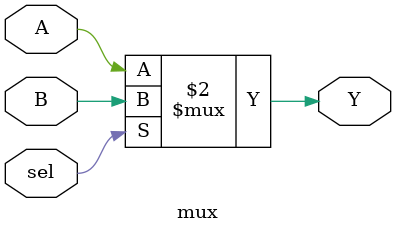
<source format=v>
module mux(
    input sel,
    input A, B,
//    input enable,
    output Y
    );
    
    //is this right?
    assign Y = sel == 1'b1 ? B : A;
//    assign Y = (sel[1] == 1'b0 ? 
//                        sel[0] == 1'b0 ? A : B
//                        :
//                        sel[0] == 1'b0 ? C : D )
//                         & {8{enable}};
                     
endmodule
</source>
